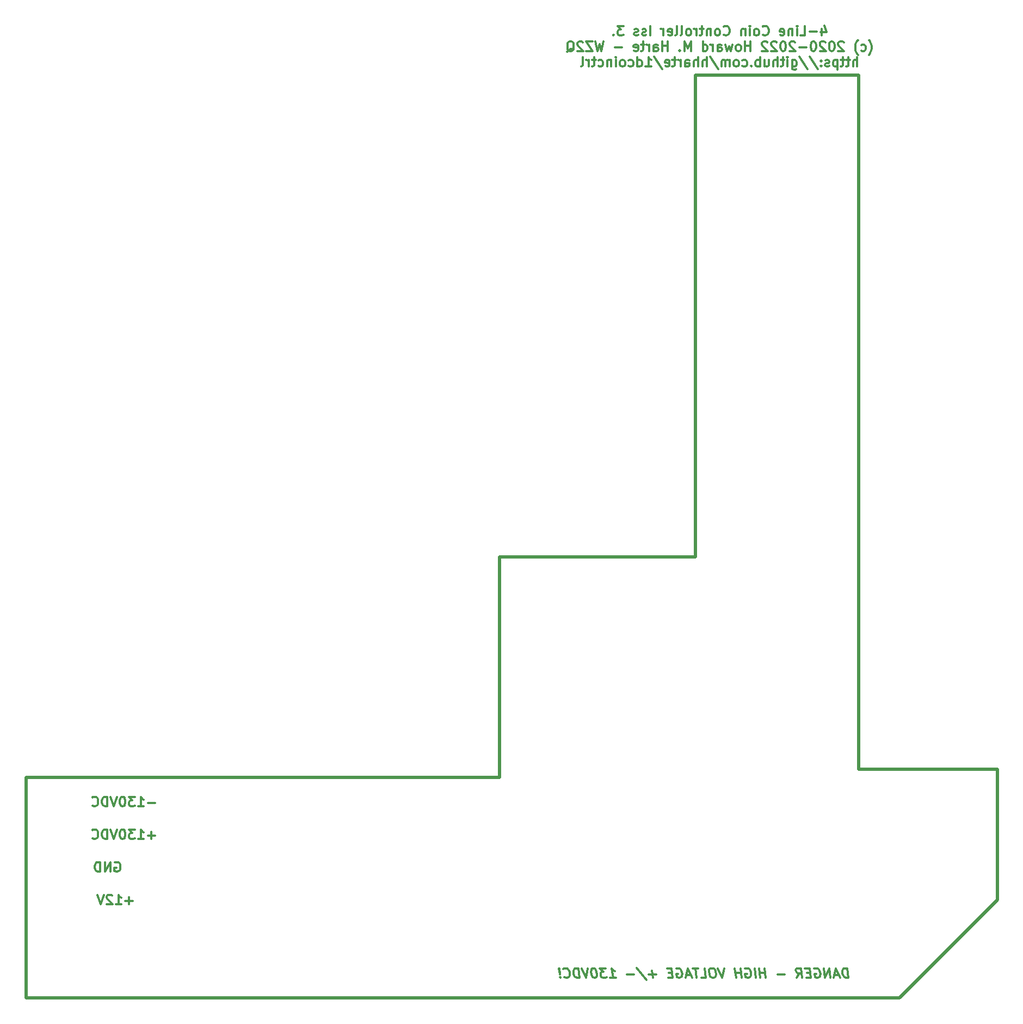
<source format=gbr>
G04 #@! TF.GenerationSoftware,KiCad,Pcbnew,(6.0.6)*
G04 #@! TF.CreationDate,2022-08-07T11:28:29-07:00*
G04 #@! TF.ProjectId,1d_coinctrl_r2,31645f63-6f69-46e6-9374-726c5f72322e,3*
G04 #@! TF.SameCoordinates,Original*
G04 #@! TF.FileFunction,Legend,Bot*
G04 #@! TF.FilePolarity,Positive*
%FSLAX46Y46*%
G04 Gerber Fmt 4.6, Leading zero omitted, Abs format (unit mm)*
G04 Created by KiCad (PCBNEW (6.0.6)) date 2022-08-07 11:28:29*
%MOMM*%
%LPD*%
G01*
G04 APERTURE LIST*
%ADD10C,0.500000*%
%ADD11C,0.300000*%
G04 APERTURE END LIST*
D10*
X187960000Y-134620000D02*
X209550000Y-134620000D01*
X209550000Y-154940000D01*
X194310000Y-170180000D01*
X58420000Y-170180000D01*
X58420000Y-135890000D01*
X132080000Y-135890000D01*
X132080000Y-101600000D01*
X162560000Y-101600000D01*
X162560000Y-26670000D01*
X187960000Y-26670000D01*
X187960000Y-134620000D01*
D11*
X182262857Y-19488571D02*
X182262857Y-20488571D01*
X182620000Y-18917142D02*
X182977142Y-19988571D01*
X182048571Y-19988571D01*
X181477142Y-19917142D02*
X180334285Y-19917142D01*
X178905714Y-20488571D02*
X179620000Y-20488571D01*
X179620000Y-18988571D01*
X178405714Y-20488571D02*
X178405714Y-19488571D01*
X178405714Y-18988571D02*
X178477142Y-19060000D01*
X178405714Y-19131428D01*
X178334285Y-19060000D01*
X178405714Y-18988571D01*
X178405714Y-19131428D01*
X177691428Y-19488571D02*
X177691428Y-20488571D01*
X177691428Y-19631428D02*
X177620000Y-19560000D01*
X177477142Y-19488571D01*
X177262857Y-19488571D01*
X177120000Y-19560000D01*
X177048571Y-19702857D01*
X177048571Y-20488571D01*
X175762857Y-20417142D02*
X175905714Y-20488571D01*
X176191428Y-20488571D01*
X176334285Y-20417142D01*
X176405714Y-20274285D01*
X176405714Y-19702857D01*
X176334285Y-19560000D01*
X176191428Y-19488571D01*
X175905714Y-19488571D01*
X175762857Y-19560000D01*
X175691428Y-19702857D01*
X175691428Y-19845714D01*
X176405714Y-19988571D01*
X173048571Y-20345714D02*
X173120000Y-20417142D01*
X173334285Y-20488571D01*
X173477142Y-20488571D01*
X173691428Y-20417142D01*
X173834285Y-20274285D01*
X173905714Y-20131428D01*
X173977142Y-19845714D01*
X173977142Y-19631428D01*
X173905714Y-19345714D01*
X173834285Y-19202857D01*
X173691428Y-19060000D01*
X173477142Y-18988571D01*
X173334285Y-18988571D01*
X173120000Y-19060000D01*
X173048571Y-19131428D01*
X172191428Y-20488571D02*
X172334285Y-20417142D01*
X172405714Y-20345714D01*
X172477142Y-20202857D01*
X172477142Y-19774285D01*
X172405714Y-19631428D01*
X172334285Y-19560000D01*
X172191428Y-19488571D01*
X171977142Y-19488571D01*
X171834285Y-19560000D01*
X171762857Y-19631428D01*
X171691428Y-19774285D01*
X171691428Y-20202857D01*
X171762857Y-20345714D01*
X171834285Y-20417142D01*
X171977142Y-20488571D01*
X172191428Y-20488571D01*
X171048571Y-20488571D02*
X171048571Y-19488571D01*
X171048571Y-18988571D02*
X171120000Y-19060000D01*
X171048571Y-19131428D01*
X170977142Y-19060000D01*
X171048571Y-18988571D01*
X171048571Y-19131428D01*
X170334285Y-19488571D02*
X170334285Y-20488571D01*
X170334285Y-19631428D02*
X170262857Y-19560000D01*
X170120000Y-19488571D01*
X169905714Y-19488571D01*
X169762857Y-19560000D01*
X169691428Y-19702857D01*
X169691428Y-20488571D01*
X166977142Y-20345714D02*
X167048571Y-20417142D01*
X167262857Y-20488571D01*
X167405714Y-20488571D01*
X167620000Y-20417142D01*
X167762857Y-20274285D01*
X167834285Y-20131428D01*
X167905714Y-19845714D01*
X167905714Y-19631428D01*
X167834285Y-19345714D01*
X167762857Y-19202857D01*
X167620000Y-19060000D01*
X167405714Y-18988571D01*
X167262857Y-18988571D01*
X167048571Y-19060000D01*
X166977142Y-19131428D01*
X166120000Y-20488571D02*
X166262857Y-20417142D01*
X166334285Y-20345714D01*
X166405714Y-20202857D01*
X166405714Y-19774285D01*
X166334285Y-19631428D01*
X166262857Y-19560000D01*
X166120000Y-19488571D01*
X165905714Y-19488571D01*
X165762857Y-19560000D01*
X165691428Y-19631428D01*
X165620000Y-19774285D01*
X165620000Y-20202857D01*
X165691428Y-20345714D01*
X165762857Y-20417142D01*
X165905714Y-20488571D01*
X166120000Y-20488571D01*
X164977142Y-19488571D02*
X164977142Y-20488571D01*
X164977142Y-19631428D02*
X164905714Y-19560000D01*
X164762857Y-19488571D01*
X164548571Y-19488571D01*
X164405714Y-19560000D01*
X164334285Y-19702857D01*
X164334285Y-20488571D01*
X163834285Y-19488571D02*
X163262857Y-19488571D01*
X163620000Y-18988571D02*
X163620000Y-20274285D01*
X163548571Y-20417142D01*
X163405714Y-20488571D01*
X163262857Y-20488571D01*
X162762857Y-20488571D02*
X162762857Y-19488571D01*
X162762857Y-19774285D02*
X162691428Y-19631428D01*
X162620000Y-19560000D01*
X162477142Y-19488571D01*
X162334285Y-19488571D01*
X161620000Y-20488571D02*
X161762857Y-20417142D01*
X161834285Y-20345714D01*
X161905714Y-20202857D01*
X161905714Y-19774285D01*
X161834285Y-19631428D01*
X161762857Y-19560000D01*
X161620000Y-19488571D01*
X161405714Y-19488571D01*
X161262857Y-19560000D01*
X161191428Y-19631428D01*
X161120000Y-19774285D01*
X161120000Y-20202857D01*
X161191428Y-20345714D01*
X161262857Y-20417142D01*
X161405714Y-20488571D01*
X161620000Y-20488571D01*
X160262857Y-20488571D02*
X160405714Y-20417142D01*
X160477142Y-20274285D01*
X160477142Y-18988571D01*
X159477142Y-20488571D02*
X159620000Y-20417142D01*
X159691428Y-20274285D01*
X159691428Y-18988571D01*
X158334285Y-20417142D02*
X158477142Y-20488571D01*
X158762857Y-20488571D01*
X158905714Y-20417142D01*
X158977142Y-20274285D01*
X158977142Y-19702857D01*
X158905714Y-19560000D01*
X158762857Y-19488571D01*
X158477142Y-19488571D01*
X158334285Y-19560000D01*
X158262857Y-19702857D01*
X158262857Y-19845714D01*
X158977142Y-19988571D01*
X157620000Y-20488571D02*
X157620000Y-19488571D01*
X157620000Y-19774285D02*
X157548571Y-19631428D01*
X157477142Y-19560000D01*
X157334285Y-19488571D01*
X157191428Y-19488571D01*
X155548571Y-20488571D02*
X155548571Y-18988571D01*
X154905714Y-20417142D02*
X154762857Y-20488571D01*
X154477142Y-20488571D01*
X154334285Y-20417142D01*
X154262857Y-20274285D01*
X154262857Y-20202857D01*
X154334285Y-20060000D01*
X154477142Y-19988571D01*
X154691428Y-19988571D01*
X154834285Y-19917142D01*
X154905714Y-19774285D01*
X154905714Y-19702857D01*
X154834285Y-19560000D01*
X154691428Y-19488571D01*
X154477142Y-19488571D01*
X154334285Y-19560000D01*
X153691428Y-20417142D02*
X153548571Y-20488571D01*
X153262857Y-20488571D01*
X153120000Y-20417142D01*
X153048571Y-20274285D01*
X153048571Y-20202857D01*
X153120000Y-20060000D01*
X153262857Y-19988571D01*
X153477142Y-19988571D01*
X153620000Y-19917142D01*
X153691428Y-19774285D01*
X153691428Y-19702857D01*
X153620000Y-19560000D01*
X153477142Y-19488571D01*
X153262857Y-19488571D01*
X153120000Y-19560000D01*
X151405714Y-18988571D02*
X150477142Y-18988571D01*
X150977142Y-19560000D01*
X150762857Y-19560000D01*
X150620000Y-19631428D01*
X150548571Y-19702857D01*
X150477142Y-19845714D01*
X150477142Y-20202857D01*
X150548571Y-20345714D01*
X150620000Y-20417142D01*
X150762857Y-20488571D01*
X151191428Y-20488571D01*
X151334285Y-20417142D01*
X151405714Y-20345714D01*
X149834285Y-20345714D02*
X149762857Y-20417142D01*
X149834285Y-20488571D01*
X149905714Y-20417142D01*
X149834285Y-20345714D01*
X149834285Y-20488571D01*
X189584285Y-23475000D02*
X189655714Y-23403571D01*
X189798571Y-23189285D01*
X189870000Y-23046428D01*
X189941428Y-22832142D01*
X190012857Y-22475000D01*
X190012857Y-22189285D01*
X189941428Y-21832142D01*
X189870000Y-21617857D01*
X189798571Y-21475000D01*
X189655714Y-21260714D01*
X189584285Y-21189285D01*
X188370000Y-22832142D02*
X188512857Y-22903571D01*
X188798571Y-22903571D01*
X188941428Y-22832142D01*
X189012857Y-22760714D01*
X189084285Y-22617857D01*
X189084285Y-22189285D01*
X189012857Y-22046428D01*
X188941428Y-21975000D01*
X188798571Y-21903571D01*
X188512857Y-21903571D01*
X188370000Y-21975000D01*
X187870000Y-23475000D02*
X187798571Y-23403571D01*
X187655714Y-23189285D01*
X187584285Y-23046428D01*
X187512857Y-22832142D01*
X187441428Y-22475000D01*
X187441428Y-22189285D01*
X187512857Y-21832142D01*
X187584285Y-21617857D01*
X187655714Y-21475000D01*
X187798571Y-21260714D01*
X187870000Y-21189285D01*
X185655714Y-21546428D02*
X185584285Y-21475000D01*
X185441428Y-21403571D01*
X185084285Y-21403571D01*
X184941428Y-21475000D01*
X184870000Y-21546428D01*
X184798571Y-21689285D01*
X184798571Y-21832142D01*
X184870000Y-22046428D01*
X185727142Y-22903571D01*
X184798571Y-22903571D01*
X183870000Y-21403571D02*
X183727142Y-21403571D01*
X183584285Y-21475000D01*
X183512857Y-21546428D01*
X183441428Y-21689285D01*
X183370000Y-21975000D01*
X183370000Y-22332142D01*
X183441428Y-22617857D01*
X183512857Y-22760714D01*
X183584285Y-22832142D01*
X183727142Y-22903571D01*
X183870000Y-22903571D01*
X184012857Y-22832142D01*
X184084285Y-22760714D01*
X184155714Y-22617857D01*
X184227142Y-22332142D01*
X184227142Y-21975000D01*
X184155714Y-21689285D01*
X184084285Y-21546428D01*
X184012857Y-21475000D01*
X183870000Y-21403571D01*
X182798571Y-21546428D02*
X182727142Y-21475000D01*
X182584285Y-21403571D01*
X182227142Y-21403571D01*
X182084285Y-21475000D01*
X182012857Y-21546428D01*
X181941428Y-21689285D01*
X181941428Y-21832142D01*
X182012857Y-22046428D01*
X182870000Y-22903571D01*
X181941428Y-22903571D01*
X181012857Y-21403571D02*
X180870000Y-21403571D01*
X180727142Y-21475000D01*
X180655714Y-21546428D01*
X180584285Y-21689285D01*
X180512857Y-21975000D01*
X180512857Y-22332142D01*
X180584285Y-22617857D01*
X180655714Y-22760714D01*
X180727142Y-22832142D01*
X180870000Y-22903571D01*
X181012857Y-22903571D01*
X181155714Y-22832142D01*
X181227142Y-22760714D01*
X181298571Y-22617857D01*
X181370000Y-22332142D01*
X181370000Y-21975000D01*
X181298571Y-21689285D01*
X181227142Y-21546428D01*
X181155714Y-21475000D01*
X181012857Y-21403571D01*
X179870000Y-22332142D02*
X178727142Y-22332142D01*
X178084285Y-21546428D02*
X178012857Y-21475000D01*
X177870000Y-21403571D01*
X177512857Y-21403571D01*
X177370000Y-21475000D01*
X177298571Y-21546428D01*
X177227142Y-21689285D01*
X177227142Y-21832142D01*
X177298571Y-22046428D01*
X178155714Y-22903571D01*
X177227142Y-22903571D01*
X176298571Y-21403571D02*
X176155714Y-21403571D01*
X176012857Y-21475000D01*
X175941428Y-21546428D01*
X175870000Y-21689285D01*
X175798571Y-21975000D01*
X175798571Y-22332142D01*
X175870000Y-22617857D01*
X175941428Y-22760714D01*
X176012857Y-22832142D01*
X176155714Y-22903571D01*
X176298571Y-22903571D01*
X176441428Y-22832142D01*
X176512857Y-22760714D01*
X176584285Y-22617857D01*
X176655714Y-22332142D01*
X176655714Y-21975000D01*
X176584285Y-21689285D01*
X176512857Y-21546428D01*
X176441428Y-21475000D01*
X176298571Y-21403571D01*
X175227142Y-21546428D02*
X175155714Y-21475000D01*
X175012857Y-21403571D01*
X174655714Y-21403571D01*
X174512857Y-21475000D01*
X174441428Y-21546428D01*
X174370000Y-21689285D01*
X174370000Y-21832142D01*
X174441428Y-22046428D01*
X175298571Y-22903571D01*
X174370000Y-22903571D01*
X173798571Y-21546428D02*
X173727142Y-21475000D01*
X173584285Y-21403571D01*
X173227142Y-21403571D01*
X173084285Y-21475000D01*
X173012857Y-21546428D01*
X172941428Y-21689285D01*
X172941428Y-21832142D01*
X173012857Y-22046428D01*
X173870000Y-22903571D01*
X172941428Y-22903571D01*
X171155714Y-22903571D02*
X171155714Y-21403571D01*
X171155714Y-22117857D02*
X170298571Y-22117857D01*
X170298571Y-22903571D02*
X170298571Y-21403571D01*
X169370000Y-22903571D02*
X169512857Y-22832142D01*
X169584285Y-22760714D01*
X169655714Y-22617857D01*
X169655714Y-22189285D01*
X169584285Y-22046428D01*
X169512857Y-21975000D01*
X169370000Y-21903571D01*
X169155714Y-21903571D01*
X169012857Y-21975000D01*
X168941428Y-22046428D01*
X168870000Y-22189285D01*
X168870000Y-22617857D01*
X168941428Y-22760714D01*
X169012857Y-22832142D01*
X169155714Y-22903571D01*
X169370000Y-22903571D01*
X168370000Y-21903571D02*
X168084285Y-22903571D01*
X167798571Y-22189285D01*
X167512857Y-22903571D01*
X167227142Y-21903571D01*
X166012857Y-22903571D02*
X166012857Y-22117857D01*
X166084285Y-21975000D01*
X166227142Y-21903571D01*
X166512857Y-21903571D01*
X166655714Y-21975000D01*
X166012857Y-22832142D02*
X166155714Y-22903571D01*
X166512857Y-22903571D01*
X166655714Y-22832142D01*
X166727142Y-22689285D01*
X166727142Y-22546428D01*
X166655714Y-22403571D01*
X166512857Y-22332142D01*
X166155714Y-22332142D01*
X166012857Y-22260714D01*
X165298571Y-22903571D02*
X165298571Y-21903571D01*
X165298571Y-22189285D02*
X165227142Y-22046428D01*
X165155714Y-21975000D01*
X165012857Y-21903571D01*
X164870000Y-21903571D01*
X163727142Y-22903571D02*
X163727142Y-21403571D01*
X163727142Y-22832142D02*
X163870000Y-22903571D01*
X164155714Y-22903571D01*
X164298571Y-22832142D01*
X164370000Y-22760714D01*
X164441428Y-22617857D01*
X164441428Y-22189285D01*
X164370000Y-22046428D01*
X164298571Y-21975000D01*
X164155714Y-21903571D01*
X163870000Y-21903571D01*
X163727142Y-21975000D01*
X161870000Y-22903571D02*
X161870000Y-21403571D01*
X161370000Y-22475000D01*
X160870000Y-21403571D01*
X160870000Y-22903571D01*
X160155714Y-22760714D02*
X160084285Y-22832142D01*
X160155714Y-22903571D01*
X160227142Y-22832142D01*
X160155714Y-22760714D01*
X160155714Y-22903571D01*
X158298571Y-22903571D02*
X158298571Y-21403571D01*
X158298571Y-22117857D02*
X157441428Y-22117857D01*
X157441428Y-22903571D02*
X157441428Y-21403571D01*
X156084285Y-22903571D02*
X156084285Y-22117857D01*
X156155714Y-21975000D01*
X156298571Y-21903571D01*
X156584285Y-21903571D01*
X156727142Y-21975000D01*
X156084285Y-22832142D02*
X156227142Y-22903571D01*
X156584285Y-22903571D01*
X156727142Y-22832142D01*
X156798571Y-22689285D01*
X156798571Y-22546428D01*
X156727142Y-22403571D01*
X156584285Y-22332142D01*
X156227142Y-22332142D01*
X156084285Y-22260714D01*
X155370000Y-22903571D02*
X155370000Y-21903571D01*
X155370000Y-22189285D02*
X155298571Y-22046428D01*
X155227142Y-21975000D01*
X155084285Y-21903571D01*
X154941428Y-21903571D01*
X154655714Y-21903571D02*
X154084285Y-21903571D01*
X154441428Y-21403571D02*
X154441428Y-22689285D01*
X154370000Y-22832142D01*
X154227142Y-22903571D01*
X154084285Y-22903571D01*
X153012857Y-22832142D02*
X153155714Y-22903571D01*
X153441428Y-22903571D01*
X153584285Y-22832142D01*
X153655714Y-22689285D01*
X153655714Y-22117857D01*
X153584285Y-21975000D01*
X153441428Y-21903571D01*
X153155714Y-21903571D01*
X153012857Y-21975000D01*
X152941428Y-22117857D01*
X152941428Y-22260714D01*
X153655714Y-22403571D01*
X151155714Y-22332142D02*
X150012857Y-22332142D01*
X148298571Y-21403571D02*
X147941428Y-22903571D01*
X147655714Y-21832142D01*
X147370000Y-22903571D01*
X147012857Y-21403571D01*
X146584285Y-21403571D02*
X145584285Y-21403571D01*
X146584285Y-22903571D01*
X145584285Y-22903571D01*
X145084285Y-21546428D02*
X145012857Y-21475000D01*
X144870000Y-21403571D01*
X144512857Y-21403571D01*
X144370000Y-21475000D01*
X144298571Y-21546428D01*
X144227142Y-21689285D01*
X144227142Y-21832142D01*
X144298571Y-22046428D01*
X145155714Y-22903571D01*
X144227142Y-22903571D01*
X142584285Y-23046428D02*
X142727142Y-22975000D01*
X142870000Y-22832142D01*
X143084285Y-22617857D01*
X143227142Y-22546428D01*
X143370000Y-22546428D01*
X143298571Y-22903571D02*
X143441428Y-22832142D01*
X143584285Y-22689285D01*
X143655714Y-22403571D01*
X143655714Y-21903571D01*
X143584285Y-21617857D01*
X143441428Y-21475000D01*
X143298571Y-21403571D01*
X143012857Y-21403571D01*
X142870000Y-21475000D01*
X142727142Y-21617857D01*
X142655714Y-21903571D01*
X142655714Y-22403571D01*
X142727142Y-22689285D01*
X142870000Y-22832142D01*
X143012857Y-22903571D01*
X143298571Y-22903571D01*
X187762857Y-25318571D02*
X187762857Y-23818571D01*
X187120000Y-25318571D02*
X187120000Y-24532857D01*
X187191428Y-24390000D01*
X187334285Y-24318571D01*
X187548571Y-24318571D01*
X187691428Y-24390000D01*
X187762857Y-24461428D01*
X186620000Y-24318571D02*
X186048571Y-24318571D01*
X186405714Y-23818571D02*
X186405714Y-25104285D01*
X186334285Y-25247142D01*
X186191428Y-25318571D01*
X186048571Y-25318571D01*
X185762857Y-24318571D02*
X185191428Y-24318571D01*
X185548571Y-23818571D02*
X185548571Y-25104285D01*
X185477142Y-25247142D01*
X185334285Y-25318571D01*
X185191428Y-25318571D01*
X184691428Y-24318571D02*
X184691428Y-25818571D01*
X184691428Y-24390000D02*
X184548571Y-24318571D01*
X184262857Y-24318571D01*
X184120000Y-24390000D01*
X184048571Y-24461428D01*
X183977142Y-24604285D01*
X183977142Y-25032857D01*
X184048571Y-25175714D01*
X184120000Y-25247142D01*
X184262857Y-25318571D01*
X184548571Y-25318571D01*
X184691428Y-25247142D01*
X183405714Y-25247142D02*
X183262857Y-25318571D01*
X182977142Y-25318571D01*
X182834285Y-25247142D01*
X182762857Y-25104285D01*
X182762857Y-25032857D01*
X182834285Y-24890000D01*
X182977142Y-24818571D01*
X183191428Y-24818571D01*
X183334285Y-24747142D01*
X183405714Y-24604285D01*
X183405714Y-24532857D01*
X183334285Y-24390000D01*
X183191428Y-24318571D01*
X182977142Y-24318571D01*
X182834285Y-24390000D01*
X182120000Y-25175714D02*
X182048571Y-25247142D01*
X182120000Y-25318571D01*
X182191428Y-25247142D01*
X182120000Y-25175714D01*
X182120000Y-25318571D01*
X182120000Y-24390000D02*
X182048571Y-24461428D01*
X182120000Y-24532857D01*
X182191428Y-24461428D01*
X182120000Y-24390000D01*
X182120000Y-24532857D01*
X180334285Y-23747142D02*
X181620000Y-25675714D01*
X178762857Y-23747142D02*
X180048571Y-25675714D01*
X177620000Y-24318571D02*
X177620000Y-25532857D01*
X177691428Y-25675714D01*
X177762857Y-25747142D01*
X177905714Y-25818571D01*
X178120000Y-25818571D01*
X178262857Y-25747142D01*
X177620000Y-25247142D02*
X177762857Y-25318571D01*
X178048571Y-25318571D01*
X178191428Y-25247142D01*
X178262857Y-25175714D01*
X178334285Y-25032857D01*
X178334285Y-24604285D01*
X178262857Y-24461428D01*
X178191428Y-24390000D01*
X178048571Y-24318571D01*
X177762857Y-24318571D01*
X177620000Y-24390000D01*
X176905714Y-25318571D02*
X176905714Y-24318571D01*
X176905714Y-23818571D02*
X176977142Y-23890000D01*
X176905714Y-23961428D01*
X176834285Y-23890000D01*
X176905714Y-23818571D01*
X176905714Y-23961428D01*
X176405714Y-24318571D02*
X175834285Y-24318571D01*
X176191428Y-23818571D02*
X176191428Y-25104285D01*
X176120000Y-25247142D01*
X175977142Y-25318571D01*
X175834285Y-25318571D01*
X175334285Y-25318571D02*
X175334285Y-23818571D01*
X174691428Y-25318571D02*
X174691428Y-24532857D01*
X174762857Y-24390000D01*
X174905714Y-24318571D01*
X175120000Y-24318571D01*
X175262857Y-24390000D01*
X175334285Y-24461428D01*
X173334285Y-24318571D02*
X173334285Y-25318571D01*
X173977142Y-24318571D02*
X173977142Y-25104285D01*
X173905714Y-25247142D01*
X173762857Y-25318571D01*
X173548571Y-25318571D01*
X173405714Y-25247142D01*
X173334285Y-25175714D01*
X172620000Y-25318571D02*
X172620000Y-23818571D01*
X172620000Y-24390000D02*
X172477142Y-24318571D01*
X172191428Y-24318571D01*
X172048571Y-24390000D01*
X171977142Y-24461428D01*
X171905714Y-24604285D01*
X171905714Y-25032857D01*
X171977142Y-25175714D01*
X172048571Y-25247142D01*
X172191428Y-25318571D01*
X172477142Y-25318571D01*
X172620000Y-25247142D01*
X171262857Y-25175714D02*
X171191428Y-25247142D01*
X171262857Y-25318571D01*
X171334285Y-25247142D01*
X171262857Y-25175714D01*
X171262857Y-25318571D01*
X169905714Y-25247142D02*
X170048571Y-25318571D01*
X170334285Y-25318571D01*
X170477142Y-25247142D01*
X170548571Y-25175714D01*
X170620000Y-25032857D01*
X170620000Y-24604285D01*
X170548571Y-24461428D01*
X170477142Y-24390000D01*
X170334285Y-24318571D01*
X170048571Y-24318571D01*
X169905714Y-24390000D01*
X169048571Y-25318571D02*
X169191428Y-25247142D01*
X169262857Y-25175714D01*
X169334285Y-25032857D01*
X169334285Y-24604285D01*
X169262857Y-24461428D01*
X169191428Y-24390000D01*
X169048571Y-24318571D01*
X168834285Y-24318571D01*
X168691428Y-24390000D01*
X168620000Y-24461428D01*
X168548571Y-24604285D01*
X168548571Y-25032857D01*
X168620000Y-25175714D01*
X168691428Y-25247142D01*
X168834285Y-25318571D01*
X169048571Y-25318571D01*
X167905714Y-25318571D02*
X167905714Y-24318571D01*
X167905714Y-24461428D02*
X167834285Y-24390000D01*
X167691428Y-24318571D01*
X167477142Y-24318571D01*
X167334285Y-24390000D01*
X167262857Y-24532857D01*
X167262857Y-25318571D01*
X167262857Y-24532857D02*
X167191428Y-24390000D01*
X167048571Y-24318571D01*
X166834285Y-24318571D01*
X166691428Y-24390000D01*
X166620000Y-24532857D01*
X166620000Y-25318571D01*
X164834285Y-23747142D02*
X166120000Y-25675714D01*
X164334285Y-25318571D02*
X164334285Y-23818571D01*
X163691428Y-25318571D02*
X163691428Y-24532857D01*
X163762857Y-24390000D01*
X163905714Y-24318571D01*
X164120000Y-24318571D01*
X164262857Y-24390000D01*
X164334285Y-24461428D01*
X162977142Y-25318571D02*
X162977142Y-23818571D01*
X162334285Y-25318571D02*
X162334285Y-24532857D01*
X162405714Y-24390000D01*
X162548571Y-24318571D01*
X162762857Y-24318571D01*
X162905714Y-24390000D01*
X162977142Y-24461428D01*
X160977142Y-25318571D02*
X160977142Y-24532857D01*
X161048571Y-24390000D01*
X161191428Y-24318571D01*
X161477142Y-24318571D01*
X161620000Y-24390000D01*
X160977142Y-25247142D02*
X161120000Y-25318571D01*
X161477142Y-25318571D01*
X161620000Y-25247142D01*
X161691428Y-25104285D01*
X161691428Y-24961428D01*
X161620000Y-24818571D01*
X161477142Y-24747142D01*
X161120000Y-24747142D01*
X160977142Y-24675714D01*
X160262857Y-25318571D02*
X160262857Y-24318571D01*
X160262857Y-24604285D02*
X160191428Y-24461428D01*
X160120000Y-24390000D01*
X159977142Y-24318571D01*
X159834285Y-24318571D01*
X159548571Y-24318571D02*
X158977142Y-24318571D01*
X159334285Y-23818571D02*
X159334285Y-25104285D01*
X159262857Y-25247142D01*
X159120000Y-25318571D01*
X158977142Y-25318571D01*
X157905714Y-25247142D02*
X158048571Y-25318571D01*
X158334285Y-25318571D01*
X158477142Y-25247142D01*
X158548571Y-25104285D01*
X158548571Y-24532857D01*
X158477142Y-24390000D01*
X158334285Y-24318571D01*
X158048571Y-24318571D01*
X157905714Y-24390000D01*
X157834285Y-24532857D01*
X157834285Y-24675714D01*
X158548571Y-24818571D01*
X156120000Y-23747142D02*
X157405714Y-25675714D01*
X154834285Y-25318571D02*
X155691428Y-25318571D01*
X155262857Y-25318571D02*
X155262857Y-23818571D01*
X155405714Y-24032857D01*
X155548571Y-24175714D01*
X155691428Y-24247142D01*
X153548571Y-25318571D02*
X153548571Y-23818571D01*
X153548571Y-25247142D02*
X153691428Y-25318571D01*
X153977142Y-25318571D01*
X154120000Y-25247142D01*
X154191428Y-25175714D01*
X154262857Y-25032857D01*
X154262857Y-24604285D01*
X154191428Y-24461428D01*
X154120000Y-24390000D01*
X153977142Y-24318571D01*
X153691428Y-24318571D01*
X153548571Y-24390000D01*
X152191428Y-25247142D02*
X152334285Y-25318571D01*
X152620000Y-25318571D01*
X152762857Y-25247142D01*
X152834285Y-25175714D01*
X152905714Y-25032857D01*
X152905714Y-24604285D01*
X152834285Y-24461428D01*
X152762857Y-24390000D01*
X152620000Y-24318571D01*
X152334285Y-24318571D01*
X152191428Y-24390000D01*
X151334285Y-25318571D02*
X151477142Y-25247142D01*
X151548571Y-25175714D01*
X151620000Y-25032857D01*
X151620000Y-24604285D01*
X151548571Y-24461428D01*
X151477142Y-24390000D01*
X151334285Y-24318571D01*
X151120000Y-24318571D01*
X150977142Y-24390000D01*
X150905714Y-24461428D01*
X150834285Y-24604285D01*
X150834285Y-25032857D01*
X150905714Y-25175714D01*
X150977142Y-25247142D01*
X151120000Y-25318571D01*
X151334285Y-25318571D01*
X150191428Y-25318571D02*
X150191428Y-24318571D01*
X150191428Y-23818571D02*
X150262857Y-23890000D01*
X150191428Y-23961428D01*
X150120000Y-23890000D01*
X150191428Y-23818571D01*
X150191428Y-23961428D01*
X149477142Y-24318571D02*
X149477142Y-25318571D01*
X149477142Y-24461428D02*
X149405714Y-24390000D01*
X149262857Y-24318571D01*
X149048571Y-24318571D01*
X148905714Y-24390000D01*
X148834285Y-24532857D01*
X148834285Y-25318571D01*
X147477142Y-25247142D02*
X147620000Y-25318571D01*
X147905714Y-25318571D01*
X148048571Y-25247142D01*
X148120000Y-25175714D01*
X148191428Y-25032857D01*
X148191428Y-24604285D01*
X148120000Y-24461428D01*
X148048571Y-24390000D01*
X147905714Y-24318571D01*
X147620000Y-24318571D01*
X147477142Y-24390000D01*
X147048571Y-24318571D02*
X146477142Y-24318571D01*
X146834285Y-23818571D02*
X146834285Y-25104285D01*
X146762857Y-25247142D01*
X146620000Y-25318571D01*
X146477142Y-25318571D01*
X145977142Y-25318571D02*
X145977142Y-24318571D01*
X145977142Y-24604285D02*
X145905714Y-24461428D01*
X145834285Y-24390000D01*
X145691428Y-24318571D01*
X145548571Y-24318571D01*
X144834285Y-25318571D02*
X144977142Y-25247142D01*
X145048571Y-25104285D01*
X145048571Y-23818571D01*
X78517142Y-144887142D02*
X77374285Y-144887142D01*
X77945714Y-145458571D02*
X77945714Y-144315714D01*
X75874285Y-145458571D02*
X76731428Y-145458571D01*
X76302857Y-145458571D02*
X76302857Y-143958571D01*
X76445714Y-144172857D01*
X76588571Y-144315714D01*
X76731428Y-144387142D01*
X75374285Y-143958571D02*
X74445714Y-143958571D01*
X74945714Y-144530000D01*
X74731428Y-144530000D01*
X74588571Y-144601428D01*
X74517142Y-144672857D01*
X74445714Y-144815714D01*
X74445714Y-145172857D01*
X74517142Y-145315714D01*
X74588571Y-145387142D01*
X74731428Y-145458571D01*
X75160000Y-145458571D01*
X75302857Y-145387142D01*
X75374285Y-145315714D01*
X73517142Y-143958571D02*
X73374285Y-143958571D01*
X73231428Y-144030000D01*
X73160000Y-144101428D01*
X73088571Y-144244285D01*
X73017142Y-144530000D01*
X73017142Y-144887142D01*
X73088571Y-145172857D01*
X73160000Y-145315714D01*
X73231428Y-145387142D01*
X73374285Y-145458571D01*
X73517142Y-145458571D01*
X73660000Y-145387142D01*
X73731428Y-145315714D01*
X73802857Y-145172857D01*
X73874285Y-144887142D01*
X73874285Y-144530000D01*
X73802857Y-144244285D01*
X73731428Y-144101428D01*
X73660000Y-144030000D01*
X73517142Y-143958571D01*
X72588571Y-143958571D02*
X72088571Y-145458571D01*
X71588571Y-143958571D01*
X71088571Y-145458571D02*
X71088571Y-143958571D01*
X70731428Y-143958571D01*
X70517142Y-144030000D01*
X70374285Y-144172857D01*
X70302857Y-144315714D01*
X70231428Y-144601428D01*
X70231428Y-144815714D01*
X70302857Y-145101428D01*
X70374285Y-145244285D01*
X70517142Y-145387142D01*
X70731428Y-145458571D01*
X71088571Y-145458571D01*
X68731428Y-145315714D02*
X68802857Y-145387142D01*
X69017142Y-145458571D01*
X69160000Y-145458571D01*
X69374285Y-145387142D01*
X69517142Y-145244285D01*
X69588571Y-145101428D01*
X69660000Y-144815714D01*
X69660000Y-144601428D01*
X69588571Y-144315714D01*
X69517142Y-144172857D01*
X69374285Y-144030000D01*
X69160000Y-143958571D01*
X69017142Y-143958571D01*
X68802857Y-144030000D01*
X68731428Y-144101428D01*
X72262857Y-149110000D02*
X72405714Y-149038571D01*
X72620000Y-149038571D01*
X72834285Y-149110000D01*
X72977142Y-149252857D01*
X73048571Y-149395714D01*
X73120000Y-149681428D01*
X73120000Y-149895714D01*
X73048571Y-150181428D01*
X72977142Y-150324285D01*
X72834285Y-150467142D01*
X72620000Y-150538571D01*
X72477142Y-150538571D01*
X72262857Y-150467142D01*
X72191428Y-150395714D01*
X72191428Y-149895714D01*
X72477142Y-149895714D01*
X71548571Y-150538571D02*
X71548571Y-149038571D01*
X70691428Y-150538571D01*
X70691428Y-149038571D01*
X69977142Y-150538571D02*
X69977142Y-149038571D01*
X69620000Y-149038571D01*
X69405714Y-149110000D01*
X69262857Y-149252857D01*
X69191428Y-149395714D01*
X69120000Y-149681428D01*
X69120000Y-149895714D01*
X69191428Y-150181428D01*
X69262857Y-150324285D01*
X69405714Y-150467142D01*
X69620000Y-150538571D01*
X69977142Y-150538571D01*
X78517142Y-139807142D02*
X77374285Y-139807142D01*
X75874285Y-140378571D02*
X76731428Y-140378571D01*
X76302857Y-140378571D02*
X76302857Y-138878571D01*
X76445714Y-139092857D01*
X76588571Y-139235714D01*
X76731428Y-139307142D01*
X75374285Y-138878571D02*
X74445714Y-138878571D01*
X74945714Y-139450000D01*
X74731428Y-139450000D01*
X74588571Y-139521428D01*
X74517142Y-139592857D01*
X74445714Y-139735714D01*
X74445714Y-140092857D01*
X74517142Y-140235714D01*
X74588571Y-140307142D01*
X74731428Y-140378571D01*
X75160000Y-140378571D01*
X75302857Y-140307142D01*
X75374285Y-140235714D01*
X73517142Y-138878571D02*
X73374285Y-138878571D01*
X73231428Y-138950000D01*
X73160000Y-139021428D01*
X73088571Y-139164285D01*
X73017142Y-139450000D01*
X73017142Y-139807142D01*
X73088571Y-140092857D01*
X73160000Y-140235714D01*
X73231428Y-140307142D01*
X73374285Y-140378571D01*
X73517142Y-140378571D01*
X73660000Y-140307142D01*
X73731428Y-140235714D01*
X73802857Y-140092857D01*
X73874285Y-139807142D01*
X73874285Y-139450000D01*
X73802857Y-139164285D01*
X73731428Y-139021428D01*
X73660000Y-138950000D01*
X73517142Y-138878571D01*
X72588571Y-138878571D02*
X72088571Y-140378571D01*
X71588571Y-138878571D01*
X71088571Y-140378571D02*
X71088571Y-138878571D01*
X70731428Y-138878571D01*
X70517142Y-138950000D01*
X70374285Y-139092857D01*
X70302857Y-139235714D01*
X70231428Y-139521428D01*
X70231428Y-139735714D01*
X70302857Y-140021428D01*
X70374285Y-140164285D01*
X70517142Y-140307142D01*
X70731428Y-140378571D01*
X71088571Y-140378571D01*
X68731428Y-140235714D02*
X68802857Y-140307142D01*
X69017142Y-140378571D01*
X69160000Y-140378571D01*
X69374285Y-140307142D01*
X69517142Y-140164285D01*
X69588571Y-140021428D01*
X69660000Y-139735714D01*
X69660000Y-139521428D01*
X69588571Y-139235714D01*
X69517142Y-139092857D01*
X69374285Y-138950000D01*
X69160000Y-138878571D01*
X69017142Y-138878571D01*
X68802857Y-138950000D01*
X68731428Y-139021428D01*
X186400580Y-167048571D02*
X186213080Y-165548571D01*
X185855937Y-165548571D01*
X185650580Y-165620000D01*
X185525580Y-165762857D01*
X185472008Y-165905714D01*
X185436294Y-166191428D01*
X185463080Y-166405714D01*
X185570223Y-166691428D01*
X185659508Y-166834285D01*
X185820223Y-166977142D01*
X186043437Y-167048571D01*
X186400580Y-167048571D01*
X184918437Y-166620000D02*
X184204151Y-166620000D01*
X185114866Y-167048571D02*
X184427366Y-165548571D01*
X184114866Y-167048571D01*
X183614866Y-167048571D02*
X183427366Y-165548571D01*
X182757723Y-167048571D01*
X182570223Y-165548571D01*
X181079151Y-165620000D02*
X181213080Y-165548571D01*
X181427366Y-165548571D01*
X181650580Y-165620000D01*
X181811294Y-165762857D01*
X181900580Y-165905714D01*
X182007723Y-166191428D01*
X182034508Y-166405714D01*
X181998794Y-166691428D01*
X181945223Y-166834285D01*
X181820223Y-166977142D01*
X181614866Y-167048571D01*
X181472008Y-167048571D01*
X181248794Y-166977142D01*
X181168437Y-166905714D01*
X181105937Y-166405714D01*
X181391651Y-166405714D01*
X180445223Y-166262857D02*
X179945223Y-166262857D01*
X179829151Y-167048571D02*
X180543437Y-167048571D01*
X180355937Y-165548571D01*
X179641651Y-165548571D01*
X178329151Y-167048571D02*
X178739866Y-166334285D01*
X179186294Y-167048571D02*
X178998794Y-165548571D01*
X178427366Y-165548571D01*
X178293437Y-165620000D01*
X178230937Y-165691428D01*
X178177366Y-165834285D01*
X178204151Y-166048571D01*
X178293437Y-166191428D01*
X178373794Y-166262857D01*
X178525580Y-166334285D01*
X179097008Y-166334285D01*
X176472008Y-166477142D02*
X175329151Y-166477142D01*
X173543437Y-167048571D02*
X173355937Y-165548571D01*
X173445223Y-166262857D02*
X172588080Y-166262857D01*
X172686294Y-167048571D02*
X172498794Y-165548571D01*
X171972008Y-167048571D02*
X171784508Y-165548571D01*
X170293437Y-165620000D02*
X170427366Y-165548571D01*
X170641651Y-165548571D01*
X170864866Y-165620000D01*
X171025580Y-165762857D01*
X171114866Y-165905714D01*
X171222008Y-166191428D01*
X171248794Y-166405714D01*
X171213080Y-166691428D01*
X171159508Y-166834285D01*
X171034508Y-166977142D01*
X170829151Y-167048571D01*
X170686294Y-167048571D01*
X170463080Y-166977142D01*
X170382723Y-166905714D01*
X170320223Y-166405714D01*
X170605937Y-166405714D01*
X169757723Y-167048571D02*
X169570223Y-165548571D01*
X169659508Y-166262857D02*
X168802366Y-166262857D01*
X168900580Y-167048571D02*
X168713080Y-165548571D01*
X167070223Y-165548571D02*
X166757723Y-167048571D01*
X166070223Y-165548571D01*
X165284508Y-165548571D02*
X164998794Y-165548571D01*
X164864866Y-165620000D01*
X164739866Y-165762857D01*
X164704151Y-166048571D01*
X164766651Y-166548571D01*
X164873794Y-166834285D01*
X165034508Y-166977142D01*
X165186294Y-167048571D01*
X165472008Y-167048571D01*
X165605937Y-166977142D01*
X165730937Y-166834285D01*
X165766651Y-166548571D01*
X165704151Y-166048571D01*
X165597008Y-165762857D01*
X165436294Y-165620000D01*
X165284508Y-165548571D01*
X163472008Y-167048571D02*
X164186294Y-167048571D01*
X163998794Y-165548571D01*
X162998794Y-165548571D02*
X162141651Y-165548571D01*
X162757723Y-167048571D02*
X162570223Y-165548571D01*
X161847008Y-166620000D02*
X161132723Y-166620000D01*
X162043437Y-167048571D02*
X161355937Y-165548571D01*
X161043437Y-167048571D01*
X159579151Y-165620000D02*
X159713080Y-165548571D01*
X159927366Y-165548571D01*
X160150580Y-165620000D01*
X160311294Y-165762857D01*
X160400580Y-165905714D01*
X160507723Y-166191428D01*
X160534508Y-166405714D01*
X160498794Y-166691428D01*
X160445223Y-166834285D01*
X160320223Y-166977142D01*
X160114866Y-167048571D01*
X159972008Y-167048571D01*
X159748794Y-166977142D01*
X159668437Y-166905714D01*
X159605937Y-166405714D01*
X159891651Y-166405714D01*
X158945223Y-166262857D02*
X158445223Y-166262857D01*
X158329151Y-167048571D02*
X159043437Y-167048571D01*
X158855937Y-165548571D01*
X158141651Y-165548571D01*
X156472008Y-166477142D02*
X155329151Y-166477142D01*
X155972008Y-167048571D02*
X155829151Y-165905714D01*
X153418437Y-165477142D02*
X154945223Y-167405714D01*
X153043437Y-166477142D02*
X151900580Y-166477142D01*
X149329151Y-167048571D02*
X150186294Y-167048571D01*
X149757723Y-167048571D02*
X149570223Y-165548571D01*
X149739866Y-165762857D01*
X149900580Y-165905714D01*
X150052366Y-165977142D01*
X148641651Y-165548571D02*
X147713080Y-165548571D01*
X148284508Y-166120000D01*
X148070223Y-166120000D01*
X147936294Y-166191428D01*
X147873794Y-166262857D01*
X147820223Y-166405714D01*
X147864866Y-166762857D01*
X147954151Y-166905714D01*
X148034508Y-166977142D01*
X148186294Y-167048571D01*
X148614866Y-167048571D01*
X148748794Y-166977142D01*
X148811294Y-166905714D01*
X146784508Y-165548571D02*
X146641651Y-165548571D01*
X146507723Y-165620000D01*
X146445223Y-165691428D01*
X146391651Y-165834285D01*
X146355937Y-166120000D01*
X146400580Y-166477142D01*
X146507723Y-166762857D01*
X146597008Y-166905714D01*
X146677366Y-166977142D01*
X146829151Y-167048571D01*
X146972008Y-167048571D01*
X147105937Y-166977142D01*
X147168437Y-166905714D01*
X147222008Y-166762857D01*
X147257723Y-166477142D01*
X147213080Y-166120000D01*
X147105937Y-165834285D01*
X147016651Y-165691428D01*
X146936294Y-165620000D01*
X146784508Y-165548571D01*
X145855937Y-165548571D02*
X145543437Y-167048571D01*
X144855937Y-165548571D01*
X144543437Y-167048571D02*
X144355937Y-165548571D01*
X143998794Y-165548571D01*
X143793437Y-165620000D01*
X143668437Y-165762857D01*
X143614866Y-165905714D01*
X143579151Y-166191428D01*
X143605937Y-166405714D01*
X143713080Y-166691428D01*
X143802366Y-166834285D01*
X143963080Y-166977142D01*
X144186294Y-167048571D01*
X144543437Y-167048571D01*
X142168437Y-166905714D02*
X142248794Y-166977142D01*
X142472008Y-167048571D01*
X142614866Y-167048571D01*
X142820223Y-166977142D01*
X142945223Y-166834285D01*
X142998794Y-166691428D01*
X143034508Y-166405714D01*
X143007723Y-166191428D01*
X142900580Y-165905714D01*
X142811294Y-165762857D01*
X142650580Y-165620000D01*
X142427366Y-165548571D01*
X142284508Y-165548571D01*
X142079151Y-165620000D01*
X142016651Y-165691428D01*
X141525580Y-166905714D02*
X141463080Y-166977142D01*
X141543437Y-167048571D01*
X141605937Y-166977142D01*
X141525580Y-166905714D01*
X141543437Y-167048571D01*
X141472008Y-166477142D02*
X141436294Y-165620000D01*
X141355937Y-165548571D01*
X141293437Y-165620000D01*
X141472008Y-166477142D01*
X141355937Y-165548571D01*
X75032857Y-155047142D02*
X73890000Y-155047142D01*
X74461428Y-155618571D02*
X74461428Y-154475714D01*
X72390000Y-155618571D02*
X73247142Y-155618571D01*
X72818571Y-155618571D02*
X72818571Y-154118571D01*
X72961428Y-154332857D01*
X73104285Y-154475714D01*
X73247142Y-154547142D01*
X71818571Y-154261428D02*
X71747142Y-154190000D01*
X71604285Y-154118571D01*
X71247142Y-154118571D01*
X71104285Y-154190000D01*
X71032857Y-154261428D01*
X70961428Y-154404285D01*
X70961428Y-154547142D01*
X71032857Y-154761428D01*
X71890000Y-155618571D01*
X70961428Y-155618571D01*
X70532857Y-154118571D02*
X70032857Y-155618571D01*
X69532857Y-154118571D01*
M02*

</source>
